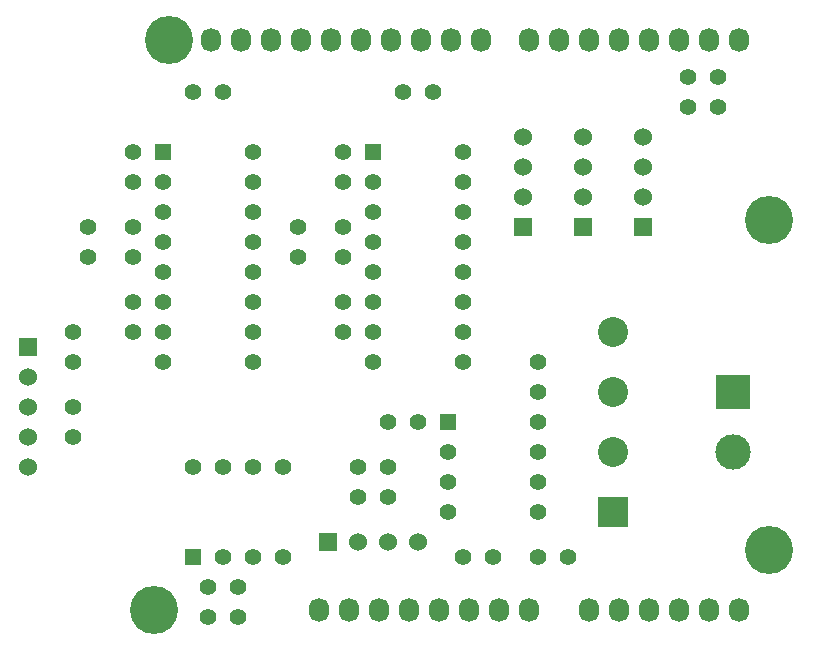
<source format=gts>
G04 (created by PCBNEW (2013-june-11)-stable) date Sun 17 Jun 2018 11:09:32 EDT*
%MOIN*%
G04 Gerber Fmt 3.4, Leading zero omitted, Abs format*
%FSLAX34Y34*%
G01*
G70*
G90*
G04 APERTURE LIST*
%ADD10C,0.00393701*%
%ADD11O,0.068X0.08*%
%ADD12C,0.16*%
%ADD13C,0.055*%
%ADD14R,0.06X0.06*%
%ADD15C,0.06*%
%ADD16R,0.055X0.055*%
%ADD17R,0.1181X0.1181*%
%ADD18C,0.1181*%
%ADD19R,0.1X0.1*%
%ADD20C,0.1*%
G04 APERTURE END LIST*
G54D10*
G54D11*
X54700Y-48750D03*
X55700Y-48750D03*
X56700Y-48750D03*
X57700Y-48750D03*
X58700Y-48750D03*
X59700Y-48750D03*
X60700Y-48750D03*
X61700Y-48750D03*
X63700Y-48750D03*
X64700Y-48750D03*
X65700Y-48750D03*
X66700Y-48750D03*
X67700Y-48750D03*
X68700Y-48750D03*
X51100Y-29750D03*
X52100Y-29750D03*
X53100Y-29750D03*
X54100Y-29750D03*
X55100Y-29750D03*
X56100Y-29750D03*
X57100Y-29750D03*
X58100Y-29750D03*
X59100Y-29750D03*
X60100Y-29750D03*
X61700Y-29750D03*
X62700Y-29750D03*
X63700Y-29750D03*
X64700Y-29750D03*
X65700Y-29750D03*
X66700Y-29750D03*
X67700Y-29750D03*
X68700Y-29750D03*
G54D12*
X49200Y-48750D03*
X69700Y-46750D03*
X49700Y-29750D03*
X69700Y-35750D03*
G54D13*
X46500Y-43000D03*
X46500Y-42000D03*
X46500Y-40500D03*
X46500Y-39500D03*
X62000Y-41500D03*
X62000Y-40500D03*
X57000Y-42500D03*
X58000Y-42500D03*
G54D14*
X45000Y-40000D03*
G54D15*
X45000Y-41000D03*
X45000Y-42000D03*
X45000Y-43000D03*
X45000Y-44000D03*
G54D14*
X65500Y-36000D03*
G54D15*
X65500Y-35000D03*
X65500Y-34000D03*
X65500Y-33000D03*
G54D14*
X63500Y-36000D03*
G54D15*
X63500Y-35000D03*
X63500Y-34000D03*
X63500Y-33000D03*
G54D14*
X61500Y-36000D03*
G54D15*
X61500Y-35000D03*
X61500Y-34000D03*
X61500Y-33000D03*
G54D16*
X59000Y-42500D03*
G54D13*
X59000Y-43500D03*
X59000Y-44500D03*
X59000Y-45500D03*
X62000Y-45500D03*
X62000Y-44500D03*
X62000Y-43500D03*
X62000Y-42500D03*
G54D16*
X50500Y-47000D03*
G54D13*
X51500Y-47000D03*
X52500Y-47000D03*
X53500Y-47000D03*
X53500Y-44000D03*
X52500Y-44000D03*
X51500Y-44000D03*
X50500Y-44000D03*
G54D16*
X56500Y-33500D03*
G54D13*
X56500Y-34500D03*
X56500Y-35500D03*
X56500Y-36500D03*
X56500Y-37500D03*
X56500Y-38500D03*
X56500Y-39500D03*
X56500Y-40500D03*
X59500Y-40500D03*
X59500Y-39500D03*
X59500Y-38500D03*
X59500Y-37500D03*
X59500Y-36500D03*
X59500Y-35500D03*
X59500Y-34500D03*
X59500Y-33500D03*
G54D16*
X49500Y-33500D03*
G54D13*
X49500Y-34500D03*
X49500Y-35500D03*
X49500Y-36500D03*
X49500Y-37500D03*
X49500Y-38500D03*
X49500Y-39500D03*
X49500Y-40500D03*
X52500Y-40500D03*
X52500Y-39500D03*
X52500Y-38500D03*
X52500Y-37500D03*
X52500Y-36500D03*
X52500Y-35500D03*
X52500Y-34500D03*
X52500Y-33500D03*
X48500Y-38500D03*
X48500Y-39500D03*
X51500Y-31500D03*
X50500Y-31500D03*
X47000Y-36000D03*
X47000Y-37000D03*
X48500Y-36000D03*
X48500Y-37000D03*
X55500Y-33500D03*
X55500Y-34500D03*
X55500Y-36000D03*
X55500Y-37000D03*
X54000Y-36000D03*
X54000Y-37000D03*
X55500Y-38500D03*
X55500Y-39500D03*
X58500Y-31500D03*
X57500Y-31500D03*
X48500Y-33500D03*
X48500Y-34500D03*
G54D17*
X68500Y-41500D03*
G54D18*
X68500Y-43500D03*
G54D19*
X64500Y-45511D03*
G54D20*
X64500Y-43503D03*
X64500Y-41496D03*
X64500Y-39488D03*
G54D13*
X51000Y-48000D03*
X51000Y-49000D03*
X52000Y-49000D03*
X52000Y-48000D03*
X56000Y-44000D03*
X56000Y-45000D03*
X57000Y-45000D03*
X57000Y-44000D03*
X60500Y-47000D03*
X59500Y-47000D03*
X62000Y-47000D03*
X63000Y-47000D03*
G54D14*
X55000Y-46500D03*
G54D15*
X56000Y-46500D03*
X57000Y-46500D03*
X58000Y-46500D03*
G54D13*
X68000Y-31000D03*
X68000Y-32000D03*
X67000Y-32000D03*
X67000Y-31000D03*
M02*

</source>
